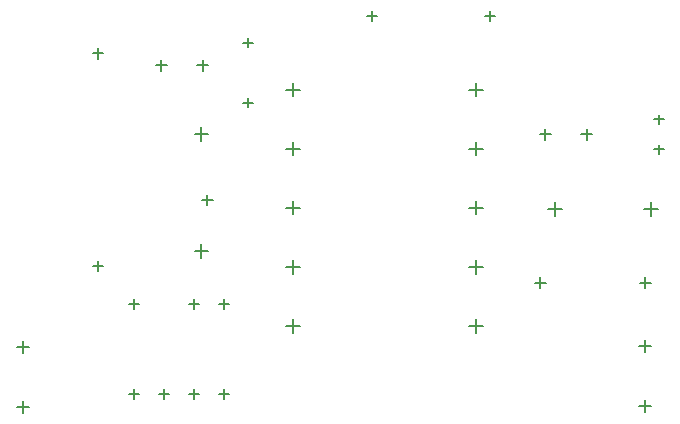
<source format=gbr>
%TF.GenerationSoftware,Altium Limited,Altium Designer,23.2.1 (34)*%
G04 Layer_Color=128*
%FSLAX45Y45*%
%MOMM*%
%TF.SameCoordinates,76BEBE9A-6656-4806-BAFE-41FAB228EB9C*%
%TF.FilePolarity,Positive*%
%TF.FileFunction,Drillmap*%
%TF.Part,Single*%
G01*
G75*
%TA.AperFunction,NonConductor*%
%ADD78C,0.12700*%
D78*
X4829500Y2006600D02*
X4949500D01*
X4889500Y1946600D02*
Y2066600D01*
X5642300Y2006600D02*
X5762300D01*
X5702300Y1946600D02*
Y2066600D01*
X3297600Y3644900D02*
X3382600D01*
X3340100Y3602400D02*
Y3687400D01*
X4297600Y3644900D02*
X4382600D01*
X4340100Y3602400D02*
Y3687400D01*
X4159850Y3019300D02*
X4274150D01*
X4217000Y2962150D02*
Y3076450D01*
X4159850Y2519300D02*
X4274150D01*
X4217000Y2462150D02*
Y2576450D01*
X4159850Y2019300D02*
X4274150D01*
X4217000Y1962150D02*
Y2076450D01*
X4159850Y1519300D02*
X4274150D01*
X4217000Y1462150D02*
Y1576450D01*
X4159850Y1019300D02*
X4274150D01*
X4217000Y962150D02*
Y1076450D01*
X2609850Y3019300D02*
X2724150D01*
X2667000Y2962150D02*
Y3076450D01*
X2609850Y2519300D02*
X2724150D01*
X2667000Y2462150D02*
Y2576450D01*
X2609850Y2019300D02*
X2724150D01*
X2667000Y1962150D02*
Y2076450D01*
X2609850Y1519300D02*
X2724150D01*
X2667000Y1462150D02*
Y1576450D01*
X2609850Y1019300D02*
X2724150D01*
X2667000Y962150D02*
Y1076450D01*
X4718050Y1384300D02*
X4806950D01*
X4762500Y1339850D02*
Y1428750D01*
X5607050Y1384300D02*
X5695950D01*
X5651500Y1339850D02*
Y1428750D01*
X2246000Y3416300D02*
X2326000D01*
X2286000Y3376300D02*
Y3456300D01*
X2246000Y2908300D02*
X2326000D01*
X2286000Y2868300D02*
Y2948300D01*
X5601500Y342900D02*
X5701500D01*
X5651500Y292900D02*
Y392900D01*
X5601500Y850900D02*
X5701500D01*
X5651500Y800900D02*
Y900900D01*
X1277800Y1206500D02*
X1363800D01*
X1320800Y1163500D02*
Y1249500D01*
X1785800Y1206500D02*
X1871800D01*
X1828800Y1163500D02*
Y1249500D01*
X2039800Y1206500D02*
X2125800D01*
X2082800Y1163500D02*
Y1249500D01*
X1277800Y444500D02*
X1363800D01*
X1320800Y401500D02*
Y487500D01*
X1531800Y444500D02*
X1617800D01*
X1574800Y401500D02*
Y487500D01*
X1785800Y444500D02*
X1871800D01*
X1828800Y401500D02*
Y487500D01*
X2039800Y444500D02*
X2125800D01*
X2082800Y401500D02*
Y487500D01*
X1835150Y1651000D02*
X1949450D01*
X1892300Y1593850D02*
Y1708150D01*
X1835150Y2641600D02*
X1949450D01*
X1892300Y2584450D02*
Y2698750D01*
X331000Y330200D02*
X431000D01*
X381000Y280200D02*
Y380200D01*
X331000Y838200D02*
X431000D01*
X381000Y788200D02*
Y888200D01*
X1507200Y3225800D02*
X1597200D01*
X1552200Y3180800D02*
Y3270800D01*
X1857200Y3225800D02*
X1947200D01*
X1902200Y3180800D02*
Y3270800D01*
X971000Y3325700D02*
X1061000D01*
X1016000Y3280700D02*
Y3370700D01*
X971000Y1525700D02*
X1061000D01*
X1016000Y1480700D02*
Y1570700D01*
X5725800Y2514600D02*
X5805800D01*
X5765800Y2474600D02*
Y2554600D01*
X5725800Y2768600D02*
X5805800D01*
X5765800Y2728600D02*
Y2808600D01*
X5108400Y2641600D02*
X5198400D01*
X5153400Y2596600D02*
Y2686600D01*
X4758400Y2641600D02*
X4848400D01*
X4803400Y2596600D02*
Y2686600D01*
X1898650Y2082800D02*
X1987550D01*
X1943100Y2038350D02*
Y2127250D01*
%TF.MD5,ad26ed9c2c657314be82e186090337ef*%
M02*

</source>
